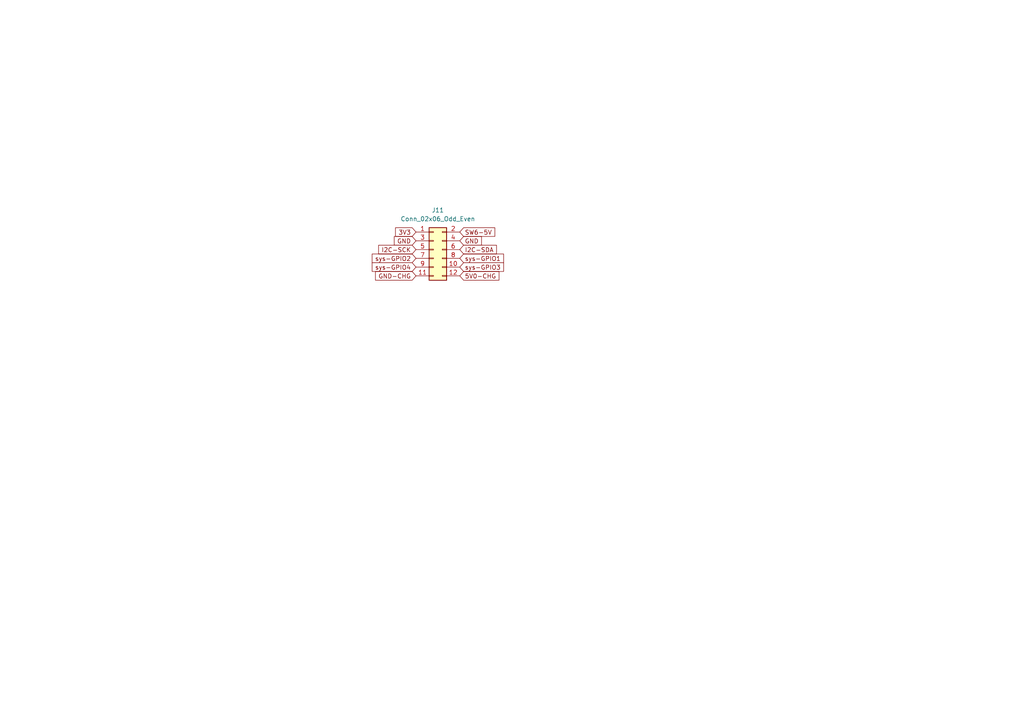
<source format=kicad_sch>
(kicad_sch (version 20211123) (generator eeschema)
  (paper "A4")
  (lib_symbols
    (symbol "Connector_Generic:Conn_02x06_Odd_Even" (pin_names (offset 1.016) hide)
      (property "Reference" "J" (at 1.27 7.62 0))
      (property "Value" "Conn_02x06_Odd_Even" (at 1.27 -10.16 0))
      (symbol "Conn_02x06_Odd_Even_1_1"
        (rectangle (start -1.27 -7.493) (end 0 -7.747) (stroke (width 0.1524)))
        (rectangle (start -1.27 -4.953) (end 0 -5.207) (stroke (width 0.1524)))
        (rectangle (start -1.27 -2.413) (end 0 -2.667) (stroke (width 0.1524)))
        (rectangle (start -1.27 0.127) (end 0 -0.127) (stroke (width 0.1524)))
        (rectangle (start -1.27 2.667) (end 0 2.413) (stroke (width 0.1524)))
        (rectangle (start -1.27 5.207) (end 0 4.953) (stroke (width 0.1524)))
        (rectangle (start -1.27 6.35) (end 3.81 -8.89) (stroke (width 0.254)) (fill (type background)))
        (rectangle (start 3.81 -7.493) (end 2.54 -7.747) (stroke (width 0.1524)))
        (rectangle (start 3.81 -4.953) (end 2.54 -5.207) (stroke (width 0.1524)))
        (rectangle (start 3.81 -2.413) (end 2.54 -2.667) (stroke (width 0.1524)))
        (rectangle (start 3.81 0.127) (end 2.54 -0.127) (stroke (width 0.1524)))
        (rectangle (start 3.81 2.667) (end 2.54 2.413) (stroke (width 0.1524)))
        (rectangle (start 3.81 5.207) (end 2.54 4.953) (stroke (width 0.1524)))
        (pin passive line (at -5.08 5.08 0) (length 3.81) (name "Pin_1") (number "1"))
        (pin passive line (at 7.62 -5.08 180) (length 3.81) (name "Pin_10") (number "10"))
        (pin passive line (at -5.08 -7.62 0) (length 3.81) (name "Pin_11") (number "11"))
        (pin passive line (at 7.62 -7.62 180) (length 3.81) (name "Pin_12") (number "12"))
        (pin passive line (at 7.62 5.08 180) (length 3.81) (name "Pin_2") (number "2"))
        (pin passive line (at -5.08 2.54 0) (length 3.81) (name "Pin_3") (number "3"))
        (pin passive line (at 7.62 2.54 180) (length 3.81) (name "Pin_4") (number "4"))
        (pin passive line (at -5.08 0 0) (length 3.81) (name "Pin_5") (number "5"))
        (pin passive line (at 7.62 0 180) (length 3.81) (name "Pin_6") (number "6"))
        (pin passive line (at -5.08 -2.54 0) (length 3.81) (name "Pin_7") (number "7"))
        (pin passive line (at 7.62 -2.54 180) (length 3.81) (name "Pin_8") (number "8"))
        (pin passive line (at -5.08 -5.08 0) (length 3.81) (name "Pin_9") (number "9"))
      )
    )
  )
  (global_label "sys-GPIO3" (shape input) (at 133.35 77.47 0) (property "Intersheet References" "${INTERSHEET_REFS}" (effects hide)))
  (global_label "sys-GPIO4" (shape input) (at 120.65 77.47 180) (property "Intersheet References" "${INTERSHEET_REFS}" (effects hide)))
  (global_label "3V3" (shape input) (at 120.65 67.31 180) (property "Intersheet References" "${INTERSHEET_REFS}" (effects hide)))
  (global_label "sys-GPIO1" (shape input) (at 133.35 74.93 0) (property "Intersheet References" "${INTERSHEET_REFS}" (effects hide)))
  (global_label "SW6-5V" (shape input) (at 133.35 67.31 0) (property "Intersheet References" "${INTERSHEET_REFS}" (effects hide)))
  (global_label "I2C-SDA" (shape input) (at 133.35 72.39 0) (property "Intersheet References" "${INTERSHEET_REFS}" (effects hide)))
  (global_label "GND" (shape input) (at 133.35 69.85 0) (property "Intersheet References" "${INTERSHEET_REFS}" (effects hide)))
  (global_label "GND" (shape input) (at 120.65 69.85 180) (property "Intersheet References" "${INTERSHEET_REFS}" (effects hide)))
  (global_label "5V0-CHG" (shape input) (at 133.35 80.01 0) (property "Intersheet References" "${INTERSHEET_REFS}" (effects hide)))
  (global_label "I2C-SCK" (shape input) (at 120.65 72.39 180) (property "Intersheet References" "${INTERSHEET_REFS}" (effects hide)))
  (global_label "GND-CHG" (shape input) (at 120.65 80.01 180) (property "Intersheet References" "${INTERSHEET_REFS}" (effects hide)))
  (global_label "sys-GPIO2" (shape input) (at 120.65 74.93 180) (property "Intersheet References" "${INTERSHEET_REFS}" (effects hide)))
  (symbol (lib_id "Connector_Generic:Conn_02x06_Odd_Even") (at 125.73 72.39 0) (unit 1)
    (property "Reference" "J11" (at 127 60.96 0))
    (property "Value" "Conn_02x06_Odd_Even" (at 127 63.5 0))
  )
)
</source>
